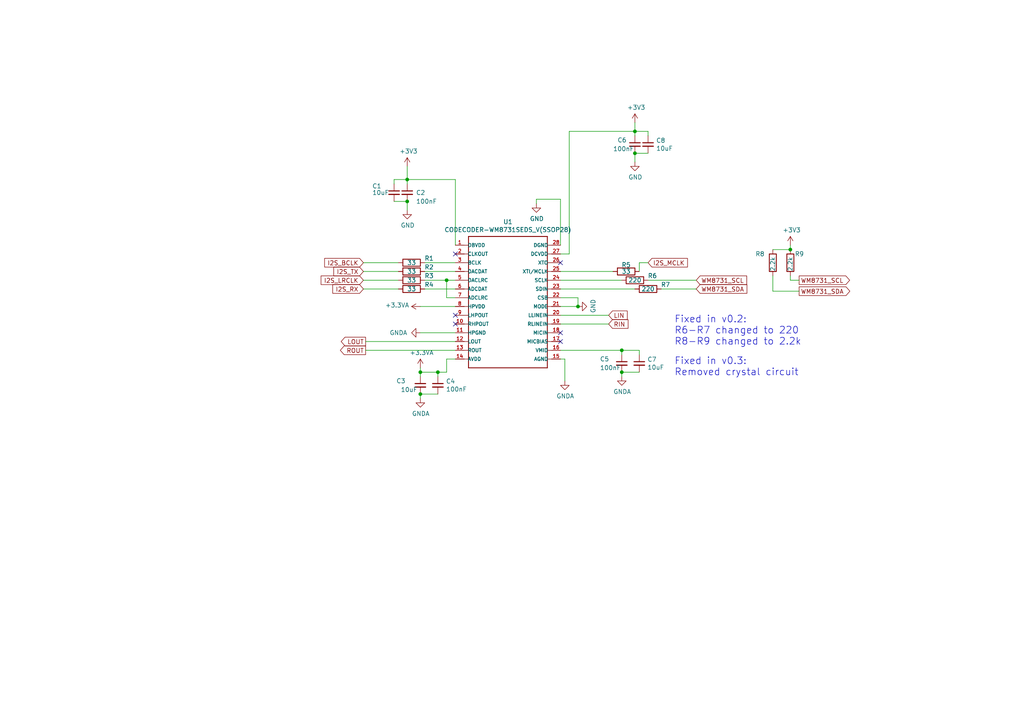
<source format=kicad_sch>
(kicad_sch (version 20211123) (generator eeschema)
  (paper "A4")
  (lib_symbols
    (symbol "Device:C_Small" (pin_numbers hide) (pin_names (offset 0.254) hide)
      (property "Reference" "C" (at 0.254 1.778 0))
      (property "Value" "C_Small" (at 0.254 -2.032 0))
      (symbol "C_Small_0_1"
        (polyline (pts (xy -1.524 -0.508) (xy 1.524 -0.508)) (stroke (width 0.3302)))
        (polyline (pts (xy -1.524 0.508) (xy 1.524 0.508)) (stroke (width 0.3048)))
      )
      (symbol "C_Small_1_1"
        (pin passive line (at 0 2.54 270) (length 2.032) (name "~") (number "1"))
        (pin passive line (at 0 -2.54 90) (length 2.032) (name "~") (number "2"))
      )
    )
    (symbol "Device:R" (pin_numbers hide) (pin_names (offset 0))
      (property "Reference" "R" (at 2.032 0 90))
      (property "Value" "R" (at 0 0 90))
      (symbol "R_0_1"
        (rectangle (start -1.016 -2.54) (end 1.016 2.54) (stroke (width 0.254)))
      )
      (symbol "R_1_1"
        (pin passive line (at 0 3.81 270) (length 1.27) (name "~") (number "1"))
        (pin passive line (at 0 -3.81 90) (length 1.27) (name "~") (number "2"))
      )
    )
    (symbol "WM8731SEDS_V_SSOP28_:CODECODER-WM8731SEDS_V(SSOP28)" (pin_names (offset 1.016))
      (property "Reference" "U" (at -1.905 19.685 0))
      (property "Value" "CODECODER-WM8731SEDS_V(SSOP28)" (at -11.43 -21.59 0))
      (symbol "CODECODER-WM8731SEDS_V(SSOP28)_0_0"
        (polyline (pts (xy -13.97 -16.51) (xy -12.7 -16.51)) (stroke (width 0.1524)))
        (polyline (pts (xy -13.97 -13.97) (xy -12.7 -13.97)) (stroke (width 0.1524)))
        (polyline (pts (xy -13.97 -11.43) (xy -12.7 -11.43)) (stroke (width 0.1524)))
        (polyline (pts (xy -13.97 -8.89) (xy -12.7 -8.89)) (stroke (width 0.1524)))
        (polyline (pts (xy -13.97 -6.35) (xy -12.7 -6.35)) (stroke (width 0.1524)))
        (polyline (pts (xy -13.97 -3.81) (xy -12.7 -3.81)) (stroke (width 0.1524)))
        (polyline (pts (xy -13.97 -1.27) (xy -12.7 -1.27)) (stroke (width 0.1524)))
        (polyline (pts (xy -13.97 1.27) (xy -12.7 1.27)) (stroke (width 0.1524)))
        (polyline (pts (xy -13.97 3.81) (xy -12.7 3.81)) (stroke (width 0.1524)))
        (polyline (pts (xy -13.97 6.35) (xy -12.7 6.35)) (stroke (width 0.1524)))
        (polyline (pts (xy -13.97 8.89) (xy -12.7 8.89)) (stroke (width 0.1524)))
        (polyline (pts (xy -13.97 11.43) (xy -12.7 11.43)) (stroke (width 0.1524)))
        (polyline (pts (xy -13.97 13.97) (xy -12.7 13.97)) (stroke (width 0.1524)))
        (polyline (pts (xy -13.97 16.51) (xy -12.7 16.51)) (stroke (width 0.1524)))
        (polyline (pts (xy -12.7 -19.05) (xy -12.7 -16.51)) (stroke (width 0.254)))
        (polyline (pts (xy -12.7 -16.51) (xy -12.7 -13.97)) (stroke (width 0.254)))
        (polyline (pts (xy -12.7 -13.97) (xy -12.7 3.81)) (stroke (width 0.254)))
        (polyline (pts (xy -12.7 3.81) (xy -12.7 6.35)) (stroke (width 0.254)))
        (polyline (pts (xy -12.7 6.35) (xy -12.7 8.89)) (stroke (width 0.254)))
        (polyline (pts (xy -12.7 8.89) (xy -12.7 11.43)) (stroke (width 0.254)))
        (polyline (pts (xy -12.7 11.43) (xy -12.7 13.97)) (stroke (width 0.254)))
        (polyline (pts (xy -12.7 13.97) (xy -12.7 16.51)) (stroke (width 0.254)))
        (polyline (pts (xy -12.7 16.51) (xy -12.7 19.05)) (stroke (width 0.254)))
        (polyline (pts (xy -12.7 19.05) (xy 10.16 19.05)) (stroke (width 0.254)))
        (polyline (pts (xy 10.16 -19.05) (xy -12.7 -19.05)) (stroke (width 0.254)))
        (polyline (pts (xy 10.16 -16.51) (xy 11.43 -16.51)) (stroke (width 0.1524)))
        (polyline (pts (xy 10.16 -13.97) (xy 11.43 -13.97)) (stroke (width 0.1524)))
        (polyline (pts (xy 10.16 -11.43) (xy 11.43 -11.43)) (stroke (width 0.1524)))
        (polyline (pts (xy 10.16 -8.89) (xy 11.43 -8.89)) (stroke (width 0.1524)))
        (polyline (pts (xy 10.16 -6.35) (xy 11.43 -6.35)) (stroke (width 0.1524)))
        (polyline (pts (xy 10.16 -3.81) (xy 11.43 -3.81)) (stroke (width 0.1524)))
        (polyline (pts (xy 10.16 -1.27) (xy 11.43 -1.27)) (stroke (width 0.1524)))
        (polyline (pts (xy 10.16 1.27) (xy 11.43 1.27)) (stroke (width 0.1524)))
        (polyline (pts (xy 10.16 3.81) (xy 11.43 3.81)) (stroke (width 0.1524)))
        (polyline (pts (xy 10.16 6.35) (xy 11.43 6.35)) (stroke (width 0.1524)))
        (polyline (pts (xy 10.16 8.89) (xy 11.43 8.89)) (stroke (width 0.1524)))
        (polyline (pts (xy 10.16 11.43) (xy 11.43 11.43)) (stroke (width 0.1524)))
        (polyline (pts (xy 10.16 13.97) (xy 11.43 13.97)) (stroke (width 0.1524)))
        (polyline (pts (xy 10.16 16.51) (xy 11.43 16.51)) (stroke (width 0.1524)))
        (polyline (pts (xy 10.16 19.05) (xy 10.16 -19.05)) (stroke (width 0.254)))
        (pin power_in line (at -16.51 16.51 0) (length 2.54) (name "DBVDD") (number "1"))
        (pin bidirectional line (at -16.51 -6.35 0) (length 2.54) (name "RHPOUT") (number "10"))
        (pin power_in line (at -16.51 -8.89 0) (length 2.54) (name "HPGND") (number "11"))
        (pin output line (at -16.51 -11.43 0) (length 2.54) (name "LOUT") (number "12"))
        (pin output line (at -16.51 -13.97 0) (length 2.54) (name "ROUT") (number "13"))
        (pin power_in line (at -16.51 -16.51 0) (length 2.54) (name "AVDD") (number "14"))
        (pin power_in line (at 13.97 -16.51 180) (length 2.54) (name "AGND") (number "15"))
        (pin bidirectional line (at 13.97 -13.97 180) (length 2.54) (name "VMID") (number "16"))
        (pin bidirectional line (at 13.97 -11.43 180) (length 2.54) (name "MICBIAS") (number "17"))
        (pin input line (at 13.97 -8.89 180) (length 2.54) (name "MICIN") (number "18"))
        (pin input line (at 13.97 -6.35 180) (length 2.54) (name "RLINEIN") (number "19"))
        (pin bidirectional line (at -16.51 13.97 0) (length 2.54) (name "CLKOUT") (number "2"))
        (pin input line (at 13.97 -3.81 180) (length 2.54) (name "LLINEIN") (number "20"))
        (pin bidirectional line (at 13.97 -1.27 180) (length 2.54) (name "MODE") (number "21"))
        (pin bidirectional line (at 13.97 1.27 180) (length 2.54) (name "CSB") (number "22"))
        (pin bidirectional line (at 13.97 3.81 180) (length 2.54) (name "SDIN") (number "23"))
        (pin bidirectional line (at 13.97 6.35 180) (length 2.54) (name "SCLK") (number "24"))
        (pin bidirectional line (at 13.97 8.89 180) (length 2.54) (name "XTI/MCLK") (number "25"))
        (pin bidirectional line (at 13.97 11.43 180) (length 2.54) (name "XTO") (number "26"))
        (pin power_in line (at 13.97 13.97 180) (length 2.54) (name "DCVDD") (number "27"))
        (pin power_in line (at 13.97 16.51 180) (length 2.54) (name "DGND") (number "28"))
        (pin bidirectional line (at -16.51 11.43 0) (length 2.54) (name "BCLK") (number "3"))
        (pin bidirectional line (at -16.51 8.89 0) (length 2.54) (name "DACDAT") (number "4"))
        (pin bidirectional line (at -16.51 6.35 0) (length 2.54) (name "DACLRC") (number "5"))
        (pin bidirectional line (at -16.51 3.81 0) (length 2.54) (name "ADCDAT") (number "6"))
        (pin bidirectional line (at -16.51 1.27 0) (length 2.54) (name "ADCLRC") (number "7"))
        (pin power_in line (at -16.51 -1.27 0) (length 2.54) (name "HPVDD") (number "8"))
        (pin bidirectional line (at -16.51 -3.81 0) (length 2.54) (name "LHPOUT") (number "9"))
      )
    )
    (symbol "power:+3.3V" (power) (pin_names (offset 0))
      (property "Value" "+3.3V" (at 0 3.556 0))
      (symbol "+3.3V_0_1"
        (polyline (pts (xy -0.762 1.27) (xy 0 2.54)))
        (polyline (pts (xy 0 0) (xy 0 2.54)))
        (polyline (pts (xy 0 2.54) (xy 0.762 1.27)))
      )
      (symbol "+3.3V_1_1"
        (pin power_in line (at 0 0 90) (length 0) hide (name "+3V3") (number "1"))
      )
    )
    (symbol "power:+3.3VA" (power) (pin_names (offset 0))
      (property "Value" "+3.3VA" (at 0 3.556 0))
      (symbol "+3.3VA_0_1"
        (polyline (pts (xy -0.762 1.27) (xy 0 2.54)))
        (polyline (pts (xy 0 0) (xy 0 2.54)))
        (polyline (pts (xy 0 2.54) (xy 0.762 1.27)))
      )
      (symbol "+3.3VA_1_1"
        (pin power_in line (at 0 0 90) (length 0) hide (name "+3.3VA") (number "1"))
      )
    )
    (symbol "power:GND" (power) (pin_names (offset 0))
      (property "Value" "GND" (at 0 -3.81 0))
      (symbol "GND_0_1"
        (polyline (pts (xy 0 0) (xy 0 -1.27) (xy 1.27 -1.27) (xy 0 -2.54) (xy -1.27 -1.27) (xy 0 -1.27)))
      )
      (symbol "GND_1_1"
        (pin power_in line (at 0 0 270) (length 0) hide (name "GND") (number "1"))
      )
    )
    (symbol "power:GNDA" (power) (pin_names (offset 0))
      (property "Value" "GNDA" (at 0 -3.81 0))
      (symbol "GNDA_0_1"
        (polyline (pts (xy 0 0) (xy 0 -1.27) (xy 1.27 -1.27) (xy 0 -2.54) (xy -1.27 -1.27) (xy 0 -1.27)))
      )
      (symbol "GNDA_1_1"
        (pin power_in line (at 0 0 270) (length 0) hide (name "GNDA") (number "1"))
      )
    )
  )
  (junction (at 167.64 88.9))
  (junction (at 118.11 52.07))
  (junction (at 229.235 72.39))
  (junction (at 118.11 58.42))
  (junction (at 121.92 114.3))
  (junction (at 184.15 44.45))
  (junction (at 180.34 101.6))
  (junction (at 121.92 107.95))
  (junction (at 180.34 107.95))
  (junction (at 129.54 81.28))
  (junction (at 184.15 38.1))
  (junction (at 127 107.95))
  (no_connect (at 132.08 91.44))
  (no_connect (at 162.56 76.2))
  (no_connect (at 132.08 93.98))
  (no_connect (at 162.56 99.06))
  (no_connect (at 162.56 96.52))
  (no_connect (at 132.08 73.66))
  (wire (pts (xy 118.11 58.42) (xy 114.3 58.42)))
  (wire (pts (xy 162.56 78.74) (xy 177.8 78.74)))
  (wire (pts (xy 129.54 107.95) (xy 127 107.95)))
  (wire (pts (xy 224.155 84.455) (xy 231.775 84.455)))
  (wire (pts (xy 162.56 88.9) (xy 167.64 88.9)))
  (wire (pts (xy 121.92 115.57) (xy 121.92 114.3)))
  (wire (pts (xy 121.92 88.9) (xy 132.08 88.9)))
  (wire (pts (xy 229.235 81.28) (xy 229.235 80.01)))
  (wire (pts (xy 184.15 83.82) (xy 162.56 83.82)))
  (wire (pts (xy 123.19 76.2) (xy 132.08 76.2)))
  (wire (pts (xy 105.41 81.28) (xy 115.57 81.28)))
  (wire (pts (xy 118.11 52.07) (xy 132.08 52.07)))
  (wire (pts (xy 191.77 83.82) (xy 201.93 83.82)))
  (wire (pts (xy 121.92 109.22) (xy 121.92 107.95)))
  (wire (pts (xy 127 114.3) (xy 121.92 114.3)))
  (wire (pts (xy 127 107.95) (xy 121.92 107.95)))
  (wire (pts (xy 118.11 52.07) (xy 118.11 48.26)))
  (wire (pts (xy 129.54 86.36) (xy 132.08 86.36)))
  (wire (pts (xy 185.42 76.2) (xy 187.96 76.2)))
  (wire (pts (xy 162.56 71.12) (xy 162.56 57.785)))
  (wire (pts (xy 185.42 102.87) (xy 185.42 101.6)))
  (wire (pts (xy 201.93 81.28) (xy 187.96 81.28)))
  (wire (pts (xy 129.54 81.28) (xy 129.54 86.36)))
  (wire (pts (xy 163.83 104.14) (xy 163.83 110.49)))
  (wire (pts (xy 162.56 57.785) (xy 155.575 57.785)))
  (wire (pts (xy 105.41 76.2) (xy 115.57 76.2)))
  (wire (pts (xy 129.54 104.14) (xy 129.54 107.95)))
  (wire (pts (xy 167.64 88.9) (xy 167.64 86.36)))
  (wire (pts (xy 132.08 104.14) (xy 129.54 104.14)))
  (wire (pts (xy 180.34 101.6) (xy 185.42 101.6)))
  (wire (pts (xy 129.54 81.28) (xy 132.08 81.28)))
  (wire (pts (xy 132.08 101.6) (xy 106.045 101.6)))
  (wire (pts (xy 162.56 101.6) (xy 180.34 101.6)))
  (wire (pts (xy 123.19 81.28) (xy 129.54 81.28)))
  (wire (pts (xy 123.19 78.74) (xy 132.08 78.74)))
  (wire (pts (xy 132.08 52.07) (xy 132.08 71.12)))
  (wire (pts (xy 118.11 60.96) (xy 118.11 58.42)))
  (wire (pts (xy 121.92 107.95) (xy 121.92 106.68)))
  (wire (pts (xy 187.96 44.45) (xy 184.15 44.45)))
  (wire (pts (xy 162.56 86.36) (xy 167.64 86.36)))
  (wire (pts (xy 184.15 46.99) (xy 184.15 44.45)))
  (wire (pts (xy 187.96 38.1) (xy 184.15 38.1)))
  (wire (pts (xy 180.34 102.87) (xy 180.34 101.6)))
  (wire (pts (xy 155.575 57.785) (xy 155.575 59.055)))
  (wire (pts (xy 229.235 81.28) (xy 231.775 81.28)))
  (wire (pts (xy 162.56 93.98) (xy 176.53 93.98)))
  (wire (pts (xy 165.1 38.1) (xy 184.15 38.1)))
  (wire (pts (xy 105.41 78.74) (xy 115.57 78.74)))
  (wire (pts (xy 187.96 39.37) (xy 187.96 38.1)))
  (wire (pts (xy 121.92 96.52) (xy 132.08 96.52)))
  (wire (pts (xy 114.3 53.34) (xy 114.3 52.07)))
  (wire (pts (xy 105.41 83.82) (xy 115.57 83.82)))
  (wire (pts (xy 184.15 38.1) (xy 184.15 39.37)))
  (wire (pts (xy 118.11 53.34) (xy 118.11 52.07)))
  (wire (pts (xy 106.045 99.06) (xy 132.08 99.06)))
  (wire (pts (xy 162.56 104.14) (xy 163.83 104.14)))
  (wire (pts (xy 185.42 78.74) (xy 185.42 76.2)))
  (wire (pts (xy 162.56 81.28) (xy 180.34 81.28)))
  (wire (pts (xy 123.19 83.82) (xy 132.08 83.82)))
  (wire (pts (xy 162.56 73.66) (xy 165.1 73.66)))
  (wire (pts (xy 162.56 91.44) (xy 176.53 91.44)))
  (wire (pts (xy 184.15 35.56) (xy 184.15 38.1)))
  (wire (pts (xy 224.155 72.39) (xy 229.235 72.39)))
  (wire (pts (xy 224.155 80.01) (xy 224.155 84.455)))
  (wire (pts (xy 185.42 107.95) (xy 180.34 107.95)))
  (wire (pts (xy 114.3 52.07) (xy 118.11 52.07)))
  (wire (pts (xy 180.34 109.22) (xy 180.34 107.95)))
  (wire (pts (xy 229.235 71.12) (xy 229.235 72.39)))
  (wire (pts (xy 127 109.22) (xy 127 107.95)))
  (wire (pts (xy 165.1 38.1) (xy 165.1 73.66)))
  (text "Fixed in v0.2:\nR6-R7 changed to 220\nR8-R9 changed to 2.2k" (at 195.58 100.33 0) (effects (font (size 2 2)) (justify left bottom)))
  (text "Fixed in v0.3:\nRemoved crystal circuit" (at 195.58 109.22 0) (effects (font (size 2 2)) (justify left bottom)))
  (global_label "WM8731_SDA" (shape output) (at 231.775 84.455 0) (property "Intersheet References" "${INTERSHEET_REFS}" (effects hide)))
  (global_label "I2S_BCLK" (shape input) (at 105.41 76.2 180) (property "Intersheet References" "${INTERSHEET_REFS}" (effects hide)))
  (global_label "WM8731_SDA" (shape input) (at 201.93 83.82 0) (property "Intersheet References" "${INTERSHEET_REFS}" (effects hide)))
  (global_label "I2S_MCLK" (shape input) (at 187.96 76.2 0) (property "Intersheet References" "${INTERSHEET_REFS}" (effects hide)))
  (global_label "WM8731_SCL" (shape input) (at 201.93 81.28 0) (property "Intersheet References" "${INTERSHEET_REFS}" (effects hide)))
  (global_label "I2S_LRCLK" (shape input) (at 105.41 81.28 180) (property "Intersheet References" "${INTERSHEET_REFS}" (effects hide)))
  (global_label "WM8731_SCL" (shape output) (at 231.775 81.28 0) (property "Intersheet References" "${INTERSHEET_REFS}" (effects hide)))
  (global_label "I2S_RX" (shape input) (at 105.41 83.82 180) (property "Intersheet References" "${INTERSHEET_REFS}" (effects hide)))
  (global_label "LIN" (shape input) (at 176.53 91.44 0) (property "Intersheet References" "${INTERSHEET_REFS}" (effects hide)))
  (global_label "LOUT" (shape output) (at 106.045 99.06 180) (property "Intersheet References" "${INTERSHEET_REFS}" (effects hide)))
  (global_label "ROUT" (shape output) (at 106.045 101.6 180) (property "Intersheet References" "${INTERSHEET_REFS}" (effects hide)))
  (global_label "RIN" (shape input) (at 176.53 93.98 0) (property "Intersheet References" "${INTERSHEET_REFS}" (effects hide)))
  (global_label "I2S_TX" (shape input) (at 105.41 78.74 180) (property "Intersheet References" "${INTERSHEET_REFS}" (effects hide)))
  (symbol (lib_id "WM8731SEDS_V_SSOP28_:CODECODER-WM8731SEDS_V(SSOP28)") (at 148.59 87.63 0) (unit 1)
    (property "Reference" "U1" (at 147.32 64.3382 0))
    (property "Value" "CODECODER-WM8731SEDS_V(SSOP28)" (at 147.32 66.6496 0))
    (property "Footprint" "Package_SO:SSOP-28_5.3x10.2mm_P0.65mm" (effects hide))
    (property "Datasheet" "WM8731SEDS/V" (effects hide))
    (property "Field4" "WM8731SEDS/V-ssop28" (effects hide))
    (property "LCSC" "C41511" (effects hide))
  )
  (symbol (lib_id "Device:C_Small") (at 118.11 55.88 0) (unit 1)
    (property "Reference" "C2" (at 120.65 55.88 0) (effects (justify left)))
    (property "Value" "100nF" (at 120.65 58.42 0) (effects (justify left)))
    (property "LCSC" "C14663" (effects hide))
  )
  (symbol (lib_id "power:GND") (at 118.11 60.96 0) (unit 1)
    (property "Reference" "#PWR04" (effects hide))
    (property "Value" "GND" (at 118.237 65.3542 0))
  )
  (symbol (lib_id "Device:C_Small") (at 184.15 41.91 0) (unit 1)
    (property "Reference" "C6" (at 179.07 40.64 0) (effects (justify left)))
    (property "Value" "100nF" (at 177.8 43.18 0) (effects (justify left)))
    (property "LCSC" "C14663" (effects hide))
  )
  (symbol (lib_id "power:GND") (at 184.15 46.99 0) (unit 1)
    (property "Reference" "#PWR014" (effects hide))
    (property "Value" "GND" (at 184.277 51.3842 0))
  )
  (symbol (lib_id "Device:C_Small") (at 127 111.76 0) (unit 1)
    (property "Reference" "C4" (at 129.3368 110.5916 0) (effects (justify left)))
    (property "Value" "100nF" (at 129.3368 112.903 0) (effects (justify left)))
    (property "LCSC" "C14663" (effects hide))
  )
  (symbol (lib_id "Device:C_Small") (at 180.34 105.41 0) (unit 1)
    (property "Reference" "C5" (at 173.99 104.14 0) (effects (justify left)))
    (property "Value" "100nF" (at 173.99 106.68 0) (effects (justify left)))
    (property "LCSC" "C14663" (effects hide))
  )
  (symbol (lib_id "power:GNDA") (at 180.34 109.22 0) (unit 1)
    (property "Reference" "#PWR012" (effects hide))
    (property "Value" "GNDA" (at 180.467 113.6142 0))
  )
  (symbol (lib_id "power:GNDA") (at 121.92 115.57 0) (unit 1)
    (property "Reference" "#PWR08" (effects hide))
    (property "Value" "GNDA" (at 122.047 119.9642 0))
  )
  (symbol (lib_id "power:GNDA") (at 163.83 110.49 0) (unit 1)
    (property "Reference" "#PWR010" (effects hide))
    (property "Value" "GNDA" (at 163.957 114.8842 0))
  )
  (symbol (lib_id "Device:R") (at 184.15 81.28 270) (unit 1)
    (property "Reference" "R6" (at 189.23 80.01 90))
    (property "Value" "220" (at 184.15 81.28 90))
    (property "LCSC" "C23140" (effects hide))
  )
  (symbol (lib_id "Device:R") (at 187.96 83.82 270) (unit 1)
    (property "Reference" "R7" (at 193.04 82.55 90))
    (property "Value" "220" (at 187.96 83.82 90))
    (property "LCSC" "C23140" (effects hide))
  )
  (symbol (lib_id "Device:R") (at 119.38 76.2 270) (unit 1)
    (property "Reference" "R1" (at 124.46 74.93 90))
    (property "Value" "33" (at 119.38 76.2 90))
    (property "LCSC" "C23140" (effects hide))
  )
  (symbol (lib_id "Device:R") (at 119.38 78.74 270) (unit 1)
    (property "Reference" "R2" (at 124.46 77.47 90))
    (property "Value" "33" (at 119.38 78.74 90))
    (property "LCSC" "C23140" (effects hide))
  )
  (symbol (lib_id "Device:R") (at 119.38 81.28 270) (unit 1)
    (property "Reference" "R3" (at 124.46 80.01 90))
    (property "Value" "33" (at 119.38 81.28 90))
    (property "LCSC" "C23140" (effects hide))
  )
  (symbol (lib_id "Device:R") (at 119.38 83.82 270) (unit 1)
    (property "Reference" "R4" (at 124.46 82.55 90))
    (property "Value" "33" (at 119.38 83.82 90))
    (property "LCSC" "C23140" (effects hide))
  )
  (symbol (lib_id "Device:R") (at 181.61 78.74 270) (unit 1)
    (property "Reference" "R5" (at 181.61 76.835 90))
    (property "Value" "33" (at 181.61 78.74 90))
    (property "LCSC" "C23140" (effects hide))
  )
  (symbol (lib_id "Device:R") (at 229.235 76.2 180) (unit 1)
    (property "Reference" "R9" (at 230.505 73.66 0) (effects (justify right)))
    (property "Value" "2.2k" (at 229.235 78.74 90) (effects (justify right)))
    (property "LCSC" "C23162" (effects hide))
  )
  (symbol (lib_id "Device:R") (at 224.155 76.2 180) (unit 1)
    (property "Reference" "R8" (at 219.075 73.66 0) (effects (justify right)))
    (property "Value" "2.2k" (at 224.155 78.74 90) (effects (justify right)))
    (property "LCSC" "C23162" (effects hide))
  )
  (symbol (lib_id "power:GND") (at 155.575 59.055 0) (unit 1)
    (property "Reference" "#PWR09" (effects hide))
    (property "Value" "GND" (at 155.702 63.4492 0))
  )
  (symbol (lib_id "power:GND") (at 167.64 88.9 90) (unit 1)
    (property "Reference" "#PWR011" (effects hide))
    (property "Value" "GND" (at 172.0342 88.773 0))
  )
  (symbol (lib_id "power:GNDA") (at 121.92 96.52 270) (unit 1)
    (property "Reference" "#PWR06" (effects hide))
    (property "Value" "GNDA" (at 115.57 96.52 90))
  )
  (symbol (lib_id "Device:C_Small") (at 114.3 55.88 0) (unit 1)
    (property "Reference" "C1" (at 107.95 53.975 0) (effects (justify left)))
    (property "Value" "10uF" (at 107.95 55.88 0) (effects (justify left)))
    (property "Footprint" "Capacitor_SMD:C_1206_3216Metric" (effects hide))
    (property "LCSC" "C13585" (effects hide))
  )
  (symbol (lib_id "Device:C_Small") (at 187.96 41.91 0) (unit 1)
    (property "Reference" "C8" (at 190.2968 40.7416 0) (effects (justify left)))
    (property "Value" "10uF" (at 190.2968 43.053 0) (effects (justify left)))
    (property "Footprint" "Capacitor_SMD:C_1206_3216Metric" (effects hide))
    (property "LCSC" "C13585" (effects hide))
  )
  (symbol (lib_id "Device:C_Small") (at 121.92 111.76 0) (unit 1)
    (property "Reference" "C3" (at 114.935 110.49 0) (effects (justify left)))
    (property "Value" "10uF" (at 116.205 113.03 0) (effects (justify left)))
    (property "Footprint" "Capacitor_SMD:C_1206_3216Metric" (effects hide))
    (property "LCSC" "C13585" (effects hide))
  )
  (symbol (lib_id "Device:C_Small") (at 185.42 105.41 0) (unit 1)
    (property "Reference" "C7" (at 187.7568 104.2416 0) (effects (justify left)))
    (property "Value" "10uF" (at 187.7568 106.553 0) (effects (justify left)))
    (property "Footprint" "Capacitor_SMD:C_1206_3216Metric" (effects hide))
    (property "LCSC" "C13585" (effects hide))
  )
  (symbol (lib_id "power:+3.3V") (at 118.11 48.26 0) (unit 1)
    (property "Reference" "#PWR03" (effects hide))
    (property "Value" "+3.3V" (at 118.491 43.8658 0))
  )
  (symbol (lib_id "power:+3.3V") (at 184.15 35.56 0) (unit 1)
    (property "Reference" "#PWR013" (effects hide))
    (property "Value" "+3.3V" (at 184.531 31.1658 0))
  )
  (symbol (lib_id "power:+3.3VA") (at 121.92 106.68 0) (unit 1)
    (property "Reference" "#PWR07" (effects hide))
    (property "Value" "+3.3VA" (at 122.301 102.2858 0))
  )
  (symbol (lib_id "power:+3.3VA") (at 121.92 88.9 90) (unit 1)
    (property "Reference" "#PWR05" (effects hide))
    (property "Value" "+3.3VA" (at 118.6942 88.519 90) (effects (justify left)))
  )
  (symbol (lib_id "power:+3.3V") (at 229.235 71.12 0) (unit 1)
    (property "Reference" "#PWR015" (effects hide))
    (property "Value" "+3.3V" (at 229.616 66.7258 0))
  )
)
</source>
